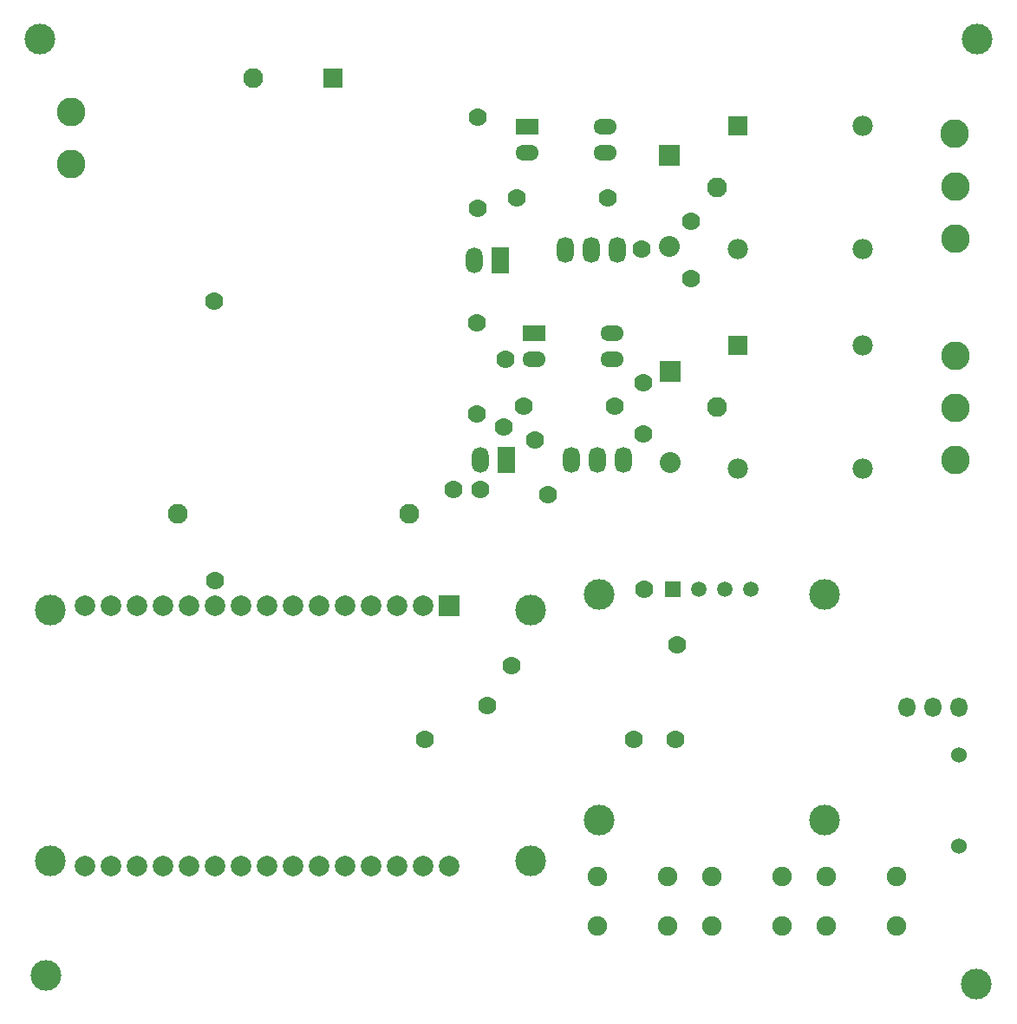
<source format=gbr>
%TF.GenerationSoftware,Altium Limited,Altium Designer,23.10.1 (27)*%
G04 Layer_Physical_Order=1*
G04 Layer_Color=255*
%FSLAX26Y26*%
%MOIN*%
%TF.SameCoordinates,68AA919C-6303-421A-99F6-747A19599157*%
%TF.FilePolarity,Positive*%
%TF.FileFunction,Copper,L1,Top,Signal*%
%TF.Part,Single*%
G01*
G75*
%TA.AperFunction,NonConductor*%
%ADD10C,0.010000*%
%TA.AperFunction,Conductor*%
%ADD11C,0.025000*%
%TA.AperFunction,ComponentPad*%
%ADD12C,0.075000*%
%ADD13R,0.078740X0.078740*%
%ADD14C,0.078740*%
%ADD15C,0.118110*%
%TA.AperFunction,ViaPad*%
%ADD16C,0.070000*%
%TA.AperFunction,ComponentPad*%
%ADD17O,0.065000X0.100000*%
%ADD18R,0.065000X0.100000*%
%ADD19R,0.059370X0.059370*%
%ADD20C,0.059370*%
%ADD21C,0.080000*%
%ADD22R,0.080000X0.080000*%
%ADD23C,0.077953*%
%ADD24C,0.076181*%
%ADD25R,0.077953X0.077953*%
%ADD26O,0.065000X0.075000*%
%ADD27O,0.066000X0.100000*%
%ADD28O,0.090000X0.060000*%
%ADD29R,0.090000X0.060000*%
%ADD30C,0.070000*%
%ADD31C,0.110000*%
%ADD32C,0.076772*%
%ADD33R,0.076772X0.076772*%
%TA.AperFunction,ViaPad*%
%ADD34C,0.118110*%
%ADD35C,0.060000*%
%ADD36C,0.050000*%
D10*
X1720826Y585000D02*
X1740000D01*
X1860000Y1195000D02*
X1865000Y1190000D01*
X1855000Y1195000D02*
X1860000D01*
X1620826Y585000D02*
Y595826D01*
X1625000Y600000D01*
X1825000Y2305000D02*
Y2320000D01*
D11*
X1815000Y2881676D02*
Y2910000D01*
X2390000Y2145000D02*
Y2162049D01*
X2365000Y2944095D02*
Y2950000D01*
X2005000Y2350000D02*
X2006265Y2348735D01*
X2345000Y2530000D02*
X2353095Y2521905D01*
Y2351905D02*
X2355000Y2350000D01*
X2320000Y3325000D02*
X2330000D01*
D12*
X2289000Y355000D02*
D03*
X2560000Y543000D02*
D03*
Y355000D02*
D03*
X2289000Y543000D02*
D03*
X3169000Y355000D02*
D03*
X3440000Y543000D02*
D03*
Y355000D02*
D03*
X3169000Y543000D02*
D03*
X2729000D02*
D03*
X3000000Y355000D02*
D03*
Y543000D02*
D03*
X2729000Y355000D02*
D03*
D13*
X1720826Y1585000D02*
D03*
D14*
X1620826D02*
D03*
X1520826D02*
D03*
X1420826D02*
D03*
X1320826D02*
D03*
X1220826D02*
D03*
X1120826D02*
D03*
X1020826D02*
D03*
X920826D02*
D03*
X820826D02*
D03*
X720826D02*
D03*
X620826D02*
D03*
X520826D02*
D03*
X420826D02*
D03*
X320826D02*
D03*
X1720826Y585000D02*
D03*
X1620826D02*
D03*
X1520826D02*
D03*
X1420826D02*
D03*
X1320826D02*
D03*
X1220826D02*
D03*
X1120826D02*
D03*
X1020826D02*
D03*
X920826D02*
D03*
X820826D02*
D03*
X720826D02*
D03*
X620826D02*
D03*
X520826D02*
D03*
X420826D02*
D03*
X320826D02*
D03*
D15*
X185788Y1568464D02*
D03*
Y603504D02*
D03*
X2034212D02*
D03*
Y1568464D02*
D03*
X2296930Y1628070D02*
D03*
X3163070D02*
D03*
Y761930D02*
D03*
X2296930D02*
D03*
D16*
X815000Y2755000D02*
D03*
X820000Y1680000D02*
D03*
X2430000Y1070000D02*
D03*
X1625000D02*
D03*
X1960000Y1355000D02*
D03*
X1840000Y2030000D02*
D03*
X1735000D02*
D03*
X1865000Y1200000D02*
D03*
X1930000Y2270000D02*
D03*
X1935000Y2530000D02*
D03*
X2100000Y2010000D02*
D03*
X2050000Y2220000D02*
D03*
X2650000Y3060000D02*
D03*
Y2840000D02*
D03*
X2465000Y2245000D02*
D03*
X2460000Y2955000D02*
D03*
X2465000Y2440000D02*
D03*
X2468878Y1648878D02*
D03*
X2595000Y1435000D02*
D03*
X2590000Y1070000D02*
D03*
D17*
X1840000Y2145000D02*
D03*
X1815000Y2910000D02*
D03*
D18*
X1940000Y2145000D02*
D03*
X1915000Y2910000D02*
D03*
D19*
X2580000Y1647756D02*
D03*
D20*
X2680000D02*
D03*
X2780000D02*
D03*
X2880000D02*
D03*
D21*
X2565000Y2965000D02*
D03*
X2570000Y2135000D02*
D03*
D22*
X2565000Y3315000D02*
D03*
X2570000Y2485000D02*
D03*
D23*
X3310158Y2582440D02*
D03*
Y2110000D02*
D03*
X2829842D02*
D03*
Y2953780D02*
D03*
X3310158D02*
D03*
Y3426220D02*
D03*
D24*
X2751102Y2346220D02*
D03*
Y3190000D02*
D03*
D25*
X2829842Y2582440D02*
D03*
Y3426220D02*
D03*
D26*
X3479000Y1195000D02*
D03*
X3580000D02*
D03*
X3678000D02*
D03*
D27*
X2190000Y2145000D02*
D03*
X2290000D02*
D03*
X2390000D02*
D03*
X2165000Y2950000D02*
D03*
X2265000D02*
D03*
X2365000D02*
D03*
D28*
X2320000Y3425000D02*
D03*
Y3325000D02*
D03*
X2020000D02*
D03*
X2045000Y2530000D02*
D03*
X2345000D02*
D03*
Y2630000D02*
D03*
D29*
X2020000Y3425000D02*
D03*
X2045000Y2630000D02*
D03*
D30*
X2005000Y2350000D02*
D03*
X2355000D02*
D03*
X1980000Y3150000D02*
D03*
X2330000D02*
D03*
X1830000Y3460000D02*
D03*
Y3110000D02*
D03*
X1825000Y2320000D02*
D03*
Y2670000D02*
D03*
D31*
X265000Y3280000D02*
D03*
Y3480000D02*
D03*
X3665000Y2545000D02*
D03*
X3667620Y2142380D02*
D03*
Y2342380D02*
D03*
X3662380Y3397620D02*
D03*
X3665000Y2995000D02*
D03*
Y3195000D02*
D03*
D32*
X675118Y1938386D02*
D03*
X1564882D02*
D03*
X966456Y3611614D02*
D03*
D33*
X1273544D02*
D03*
D34*
X170000Y165000D02*
D03*
X145000Y3760000D02*
D03*
X3750000D02*
D03*
X3745000Y130000D02*
D03*
D35*
X3680000Y660000D02*
D03*
Y1010000D02*
D03*
D36*
Y660000D02*
D03*
D03*
%TF.MD5,b8135e77617b823882881063ae16d457*%
M02*

</source>
